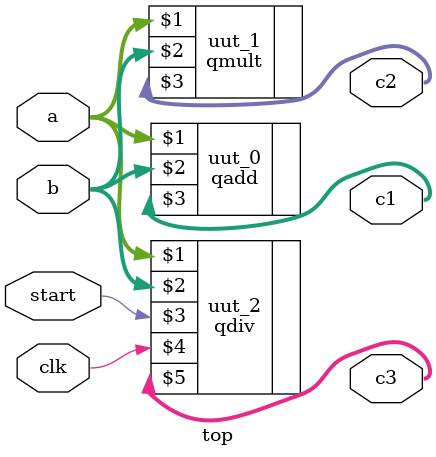
<source format=v>
`timescale 1ns / 1ps
module top(
    input [31:0] a,
    input [31:0] b,
    output [31:0] c1,
    output [31:0] c2,
    output [31:0] c3,
	 input clk,
	 input start
    );
	// Inputs
	reg [31:0] a_sig;
	reg [31:0] b_sig;

	// Outputs
	reg [31:0] c_sig;
		
	// Instantiate the Unit Under Test (UUT)
	qadd #(23,32) uut_0 (a, b, c1);
	qmult #(23,32) uut_1 (a, b, c2);
	qdiv #(15,32)	uut_2 (a, b, start, clk, c3);
endmodule

</source>
